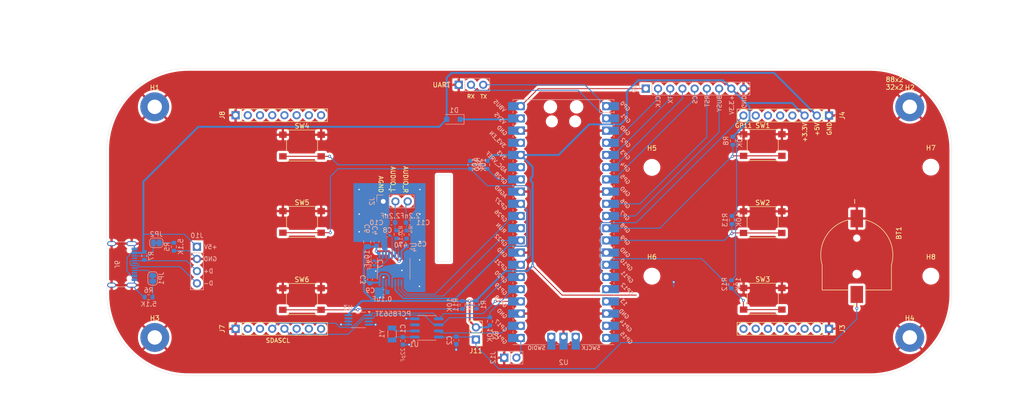
<source format=kicad_pcb>
(kicad_pcb (version 20221018) (generator pcbnew)
  (layers (0 "F.Cu" signal) (31 "B.Cu" signal) (34 "B.Paste" user) (35 "F.Paste" user) (36 "B.SilkS" user "B.Silkscreen") (37 "F.SilkS" user "F.Silkscreen") (38 "B.Mask" user) (39 "F.Mask" user) (44 "Edge.Cuts" user))
  (net 0 "")
  (net 1 "Net-(U1-OSCI)")
  (net 2 "+3.3V")
  (net 3 "Net-(U4-CAPP)")
  (net 4 "Net-(U4-CAPM)")
  (net 5 "Net-(U4-VNEG)")
  (net 6 "Net-(U4-LDOO)")
  (net 7 "WTAUDIO_L")
  (net 8 "WTAUDIO_R")
  (net 9 "Net-(D1-K)")
  (net 10 "+5V")
  (net 11 "SCL")
  (net 12 "Net-(U4-OUTL)")
  (net 13 "SDA")
  (net 14 "Net-(U4-OUTR)")
  (net 15 "Net-(U1-OSCO)")
  (net 16 "1~{PRE}")
  (net 17 "SQW")
  (net 19 "BCK")
  (net 20 "DIN")
  (net 21 "LRCK")
  (net 24 "3V3_EN")
  (net 25 "PWR")
  (net 50 "GPIO4 DC")
  (net 51 "GPIO28{slash}btn")
  (net 52 "GPIO21{slash}btn")
  (net 53 "GPIO1 SCREEN CS")
  (net 54 "GPIO2 CLK")
  (net 55 "GPIO3 SPI0 TX")
  (net 56 "GPIO5 SCREEN BUSY")
  (net 57 "GPIO20{slash}btn")
  (net 58 "SD_D0_MISO")
  (net 59 "SD_D3_CS")
  (net 60 "GPIO11{slash}led")
  (net 61 "GPIO8{slash}btn")
  (net 62 "GPIO10{slash}btn")
  (net 63 "GPIO1 SCREEN RST")
  (net 65 "Net-(J6-CC1)")
  (net 66 "USB D+")
  (net 67 "USB D-")
  (net 68 "Net-(J6-CC2)")
  (net 69 "Net-(JP2-A)")
  (net 70 "Net-(JP1-A)")
  (net 71 "GPIO1")
  (net 72 "GPIO0")
  (net 73 "GPIO9{slash}btn")
  (net 74 "3V BATT")
  (net 75 "SD_CLK")
  (net 76 "SD_CMD_MOSI")
  (net 77 "GND")
  (net 78 "GPIO16 {slash} PWM")
  (footprint "Button_Switch_SMD:SW_SPST_PTS645" (layer "F.Cu") (at 99.5 114.9)
    (fp_text reference "SW6")
    (fp_text value "SW_Push")
  )
  (footprint "Connector_PinSocket_2.54mm:PinSocket_1x08_P2.54mm_Vertical" (layer "F.Cu") (at 85.7 121.1 90)
    (fp_text reference "J7")
    (fp_text value "xx")
  )
  (footprint "Connector_PinSocket_2.54mm:PinSocket_1x08_P2.54mm_Vertical" (layer "F.Cu") (at 85.7 76.64 90)
    (fp_text reference "J8")
    (fp_text value "xx")
  )
  (footprint "MountingHole:MountingHole_3mm" (layer "F.Cu") (at 230.275 87.45)
    (fp_text reference "H7")
    (fp_text value "screen_adapter1")
  )
  (footprint "cell:MPD_BC501SM-TR" (layer "F.Cu") (at 214.875 105.72 -90)
    (fp_text reference "BT1")
    (fp_text value "3V Cell")
  )
  (footprint "MountingHole:MountingHole_3mm_Pad" (layer "F.Cu") (at 68.89 74.89)
    (fp_text reference "H1")
    (fp_text value "MountingHole")
  )
  (footprint "Connector_PinHeader_2.54mm:PinHeader_1x02_P2.54mm_Vertical" (layer "F.Cu") (at 135.68 123.345 180)
    (fp_text reference "J11")
    (fp_text value "Alt Power")
  )
  (footprint "Button_Switch_SMD:SW_SPST_PTS645" (layer "F.Cu") (at 99.52 98.85)
    (fp_text reference "SW5")
    (fp_text value "SW_Push")
  )
  (footprint "MountingHole:MountingHole_3mm" (layer "F.Cu") (at 172.275 87.5)
    (fp_text reference "H5")
    (fp_text value "screen_adapter1")
  )
  (footprint "Button_Switch_SMD:SW_SPST_PTS645" (layer "F.Cu") (at 195.3 98.9)
    (fp_text reference "SW2")
    (fp_text value "SW_Push")
  )
  (footprint "MountingHole:MountingHole_3mm_Pad" (layer "F.Cu") (at 225.89 122.89)
    (fp_text reference "H4")
    (fp_text value "MountingHole")
  )
  (footprint "Connector_PinSocket_2.54mm:PinSocket_1x08_P2.54mm_Vertical" (layer "F.Cu") (at 209.1 76.7 -90)
    (fp_text reference "J4")
    (fp_text value "xx")
  )
  (footprint "Button_Switch_SMD:SW_SPST_PTS645" (layer "F.Cu") (at 99.52 82.95)
    (fp_text reference "SW4")
    (fp_text value "SW_Push")
  )
  (footprint "MountingHole:MountingHole_3mm_Pad" (layer "F.Cu") (at 68.9 122.9)
    (fp_text reference "H3")
    (fp_text value "MountingHole")
  )
  (footprint "Button_Switch_SMD:SW_SPST_PTS645" (layer "F.Cu") (at 195.32 114.85)
    (fp_text reference "SW3")
    (fp_text value "SW_Push")
  )
  (footprint "MountingHole:MountingHole_3mm" (layer "F.Cu") (at 230.275 110.15)
    (fp_text reference "H8")
    (fp_text value "screen_adapter1")
  )
  (footprint "Connector_PinSocket_2.54mm:PinSocket_1x08_P2.54mm_Vertical" (layer "F.Cu") (at 209.1 121.1 -90)
    (fp_text reference "J3")
    (fp_text value "xx")
  )
  (footprint "Button_Switch_SMD:SW_SPST_PTS645" (layer "F.Cu") (at 195.32 82.85)
    (fp_text reference "SW1")
    (fp_text value "SW_Push")
  )
  (footprint "MountingHole:MountingHole_3mm_Pad" (layer "F.Cu") (at 225.89 74.89)
    (fp_text reference "H2")
    (fp_text value "MountingHole")
  )
  (footprint "MountingHole:MountingHole_3mm" (layer "F.Cu") (at 172.275 110.15)
    (fp_text reference "H6")
    (fp_text value "screen_adapter1")
  )
  (footprint "Jumper:SolderJumper-2_P1.3mm_Bridged_RoundedPad1.0x1.5mm" (layer "B.Cu") (at 68.47 110.62 90)
    (fp_text reference "JP1")
    (fp_text value "SJB")
  )
  (footprint "Resistor_SMD:R_0603_1608Metric" (layer "B.Cu") (at 138.59 119.56 90)
    (fp_text reference "R3")
    (fp_text value "10K")
  )
  (footprint "Resistor_SMD:R_0603_1608Metric" (layer "B.Cu") (at 121.255 101.4825 90)
    (fp_text reference "R4")
    (fp_text value "470")
  )
  (footprint "Diode_SMD:D_SOD-123F" (layer "B.Cu") (at 131 77.5 180)
    (fp_text reference "D1")
    (fp_text value "1A 20V Schottky")
  )
  (footprint "Capacitor_SMD:C_0603_1608Metric" (layer "B.Cu") (at 121.905 98.9825 180)
    (fp_text reference "C11")
    (fp_text value "2.2nF")
  )
  (footprint "Capacitor_SMD:C_0603_1608Metric" (layer "B.Cu") (at 113.655 110.8325 -90)
    (fp_text reference "C3")
    (fp_text value "0.1uF")
  )
  (footprint "Capacitor_SMD:C_0603_1608Metric" (layer "B.Cu") (at 120.515 123.609999 90)
    (fp_text reference "C1")
    (fp_text value "22pF")
  )
  (footprint "Capacitor_SMD:C_0402_1005Metric" (layer "B.Cu") (at 117.205 101.6325 180)
    (fp_text reference "C8")
    (fp_text value "2.2uF")
  )
  (footprint "Resistor_SMD:R_0603_1608Metric" (layer "B.Cu") (at 72.87 104.02 -90)
    (fp_text reference "R5")
    (fp_text value "5.1K")
  )
  (footprint "Resistor_SMD:R_0603_1608Metric" (layer "B.Cu") (at 134.525 86.975 -90)
    (fp_text reference "R10")
    (fp_text value "10K")
  )
  (footprint "Package_SO:SOIC-8_3.9x4.9mm_P1.27mm" (layer "B.Cu") (at 125.465 120.914999)
    (fp_text reference "U1")
    (fp_text value "PCF8563T")
  )
  (footprint "Resistor_SMD:R_0603_1608Metric" (layer "B.Cu") (at 188.9 98.45 -90)
    (fp_text reference "R13")
    (fp_text value "10K")
  )
  (footprint "Jumper:SolderJumper-2_P1.3mm_Bridged_RoundedPad1.0x1.5mm" (layer "B.Cu") (at 69.225 103.2 180)
    (fp_text reference "JP2")
    (fp_text value "SJB")
  )
  (footprint "Capacitor_SMD:C_0603_1608Metric" (layer "B.Cu") (at 116.505 113.4825 180)
    (fp_text reference "C9")
    (fp_text value "0.1uF")
  )
  (footprint "Connector_USB:USB_C_Receptacle_GCT_USB4105-xx-A_16P_TopMnt_Horizontal" (layer "B.Cu") (at 60.995 107.69 90)
    (fp_text reference "J6")
    (fp_text value "USB_C_Receptacle")
  )
  (footprint "Capacitor_SMD:C_0603_1608Metric" (layer "B.Cu") (at 131.6 123.5 -90)
    (fp_text reference "C2")
    (fp_text value "100nF")
  )
  (footprint "Connector_PinHeader_2.54mm:PinHeader_1x09_P2.54mm_Vertical" (layer "B.Cu") (at 171 71.1 -90)
    (fp_text reference "J9")
    (fp_text value "screen_adapter_connector")
  )
  (footprint "Resistor_SMD:R_0603_1608Metric" (layer "B.Cu") (at 119.18 101.4575 90)
    (fp_text reference "R2")
    (fp_text value "470")
  )
  (footprint "Capacitor_SMD:C_0603_1608Metric" (layer "B.Cu") (at 118.105 98.9825)
    (fp_text reference "C10")
    (fp_text value "2.2nF")
  )
  (footprint "Resistor_SMD:R_0603_1608Metric" (layer "B.Cu") (at 138.025 86.975 -90)
    (fp_text reference "R9")
    (fp_text value "10K")
  )
  (footprint "Capacitor_SMD:C_0402_1005Metric" (layer "B.Cu") (at 114.505 107.3825 -90)
    (fp_text reference "C7")
    (fp_text value "2.2uF")
  )
  (footprint "clock:RPi_Pico_SMD_TH" (layer "B.Cu") (at 153.89 98.89 180)
    (fp_text reference "U2")
    (fp_text value "Pico")
  )
  (footprint "Resistor_SMD:R_0603_1608Metric" (layer "B.Cu") (at 189.1 81.95 -90)
    (fp_text reference "R8")
    (fp_text value "10K")
  )
  (footprint "Resistor_SMD:R_0603_1608Metric" (layer "B.Cu") (at 188.79 111.83 -90)
    (fp_text reference "R12")
    (fp_text value "10K")
  )
  (footprint "Connector_PinHeader_2.54mm:PinHeader_1x03_P2.54mm_Vertical" (layer "B.Cu") (at 132.11 70.3 -90)
    (fp_text reference "J1")
    (fp_text value "UART")
  )
  (footprint "Capacitor_SMD:C_0805_2012Metric" (layer "B.Cu") (at 113.08 103.0575 90)
    (fp_text reference "C6")
    (fp_text value "10uF")
  )
  (footprint "Resistor_SMD:R_0603_1608Metric" (layer "B.Cu") (at 135.81 116.08 -90)
    (fp_text reference "R1")
    (fp_text value "10K")
  )
  (footprint "Connector_PinHeader_2.54mm:PinHeader_1x03_P2.54mm_Vertical" (layer "B.Cu") (at 116.405 94.5825 -90)
    (fp_text reference "J2")
    (fp_text value "AUDIO")
  )
  (footprint "Resistor_SMD:R_0603_1608Metric" (layer "B.Cu") (at 132.91 116.14 -90)
    (fp_text reference "R11")
    (fp_text value "10K")
  )
  (footprint "Resistor_SMD:R_0603_1608Metric" (layer "B.Cu") (at 66.72 105.92 90)
    (fp_text reference "R7")
    (fp_text value "1.5K")
  )
  (footprint "Package_SO:TSSOP-20_4.4x6.5mm_P0.65mm" (layer "B.Cu") (at 118.58 108.62 -90)
    (fp_text reference "U4")
    (fp_text value "PCM5100")
  )
  (footprint "Connector_PinHeader_2.54mm:PinHeader_1x02_P2.54mm_Vertical" (layer "B.Cu") (at 141.56 127.12 -90)
    (fp_text reference "J12")
    (fp_text value "PWM")
  )
  (footprint "Capacitor_SMD:C_0603_1608Metric" (layer "B.Cu") (at 122.055 103.8575 180)
    (fp_text reference "C5")
    (fp_text value "0.1uF")
  )
  (footprint "Resistor_SMD:R_0603_1608Metric" (layer "B.Cu") (at 67.62 114.52 180)
    (fp_text reference "R6")
    (fp_text value "5.1K")
  )
  (footprint "Crystal:Crystal_SMD_3215-2Pin_3.2x1.5mm" (layer "B.Cu") (at 118.24 122.184999 90)
    (fp_text reference "Y1")
    (fp_text value "Crystal")
  )
  (footprint "Connector_PinHeader_2.54mm:PinHeader_1x04_P2.54mm_Vertical" (layer "B.Cu") (at 77.67 104.02 180)
    (fp_text reference "J10")
    (fp_text value "USB")
  )
  (footprint "Capacitor_SMD:C_0603_1608Metric" (layer "B.Cu") (at 115.005 103.0075 -90)
    (fp_text reference "C4")
    (fp_text value "0.1uF" hide)
  )
  (footprint "Package_SO:MSOP-8_3x3mm_P0.65mm" (layer "B.Cu") (at 111.27 119.255 180)
    (fp_text reference "U3")
    (fp_text value "MCP9808_MSOP")
  )
  (gr_line (start 217.64 130.869185) (end 75.910815 130.869185) (stroke (width 0.05)) (layer "Edge.Cuts"))
  (gr_arc (start 75.910815 130.869185) (mid 63.89 125.89) (end 58.910815 113.869185) (stroke (width 0.05)) (layer "Edge.Cuts"))
  (gr_line (start 234.64 83.89) (end 234.64 113.869185) (stroke (width 0.05)) (layer "Edge.Cuts"))
  (gr_rect (start 127.625 89.125) (end 130.425 107.125) (stroke (width 0.05)) (fill none) (layer "Edge.Cuts"))
  (gr_line (start 58.89 83.89) (end 58.910815 113.869185) (stroke (width 0.05)) (layer "Edge.Cuts"))
  (gr_arc (start 58.89 83.89) (mid 63.869185 71.869185) (end 75.89 66.89) (stroke (width 0.05)) (layer "Edge.Cuts"))
  (gr_arc (start 217.64 66.89) (mid 229.660815 71.869185) (end 234.64 83.89) (stroke (width 0.05)) (layer "Edge.Cuts"))
  (gr_line (start 217.64 66.89) (end 75.89 66.89) (stroke (width 0.05)) (layer "Edge.Cuts"))
  (gr_arc (start 234.64 113.869185) (mid 229.660815 125.89) (end 217.64 130.869185) (stroke (width 0.05)) (layer "Edge.Cuts"))
  (gr_text "TX" (at 176.675 72.55 90) (layer "B.SilkS") (effects (font (size 0.9 0.9) (thickness 0.15) bold) (justify left bottom mirror)))
  (gr_text "D-" (at 81.15 112.15) (layer "B.SilkS") (effects (font (size 0.9 0.9) (thickness 0.15) bold) (justify left bottom mirror)))
  (gr_text "BUSY" (at 186.825 72.35 90) (layer "B.SilkS") (effects (font (size 0.9 0.9) (thickness 0.15) bold) (justify left bottom mirror)))
  (gr_text "RST" (at 184.3 72.375 90) (layer "B.SilkS") (effects (font (size 0.9 0.9) (thickness 0.15) bold) (justify left bottom mirror)))
  (gr_text "+3.3V" (at 189.3955 72.375 90) (layer "B.SilkS") (effects (font (size 0.9 0.9) (thickness 0.15) bold) (justify left bottom mirror)))
  (gr_text "CLK" (at 174.1 72.425 90) (layer "B.SilkS") (effects (font (size 0.9 0.9) (thickness 0.15) bold) (justify left bottom mirror)))
  (gr_text "CS" (at 181.775 72.425 90) (layer "B.SilkS") (effects (font (size 0.9 0.9) (thickness 0.15) bold) (justify left bottom mirror)))
  (gr_text "+5V" (at 82 104.575) (layer "B.SilkS") (effects (font (size 0.9 0.9) (thickness 0.15) bold) (justify left bottom mirror)))
  (gr_text "D+" (at 81.15 109.625) (layer "B.SilkS") (effects (font (size 0.9 0.9) (thickness 0.15) bold) (justify left bottom mirror)))
  (gr_text "GND" (at 81.925 107.1) (layer "B.SilkS") (effects (font (size 0.9 0.9) (thickness 0.15) bold) (justify left bottom mirror)))
  (gr_text "GND" (at 190.85 75.325 -90) (layer "B.SilkS") (effects (font (size 0.9 0.9) (thickness 0.15) bold) (justify left bottom mirror)))
  (gr_text "88x2\n32x2" (at 220.8 71.4) (layer "F.SilkS") (effects (font (size 1 1)) (justify left bottom)))
  (gr_text "AUDIO_L" (at 117.905 87.1825 -90) (layer "F.SilkS") (effects (font (size 0.9 0.9) (thickness 0.15) bold) (justify left bottom)))
  (gr_text "+5V" (at 207.15 81.05 90) (layer "F.SilkS") (effects (font (size 0.9 0.9) (thickness 0.15) bold) (justify left bottom)))
  (gr_text "RX" (at 133.75 73.2) (layer "F.SilkS") (effects (font (size 0.8 0.8) (thickness 0.15) bold) (justify left bottom)))
  (gr_text "SCL" (at 94.42 124.075) (layer "F.SilkS") (effects (font (size 0.9 0.9) (thickness 0.15) bold) (justify left bottom)))
  (gr_text "TX" (at 136.5 73.225) (layer "F.SilkS") (effects (font (size 0.8 0.8) (thickness 0.15) bold) (justify left bottom)))
  (gr_text "AGND" (at 115.38 89.1575 -90) (layer "F.SilkS") (effects (font (size 0.9 0.9) (thickness 0.15) bold) (justify left bottom)))
  (gr_text "GP11" (at 189.45 79.325) (layer "F.SilkS") (effects (font (size 0.9 0.9) (thickness 0.15) bold) (justify left bottom)))
  (gr_text "+3.3V" (at 204.6 82.35 90) (layer "F.SilkS") (effects (font (size 0.9 0.9) (thickness 0.15) bold) (justify left bottom)))
  (gr_text "AUDIO_R" (at 120.53 87.1325 -90) (layer "F.SilkS") (effects (font (size 0.9 0.9) (thickness 0.15) bold) (justify left bottom)))
  (gr_text "GND" (at 209.7 80.925 90) (layer "F.SilkS") (effects (font (size 0.9 0.9) (thickness 0.15) bold) (justify left bottom)))
  (gr_text "SDA" (at 91.9 124.07) (layer "F.SilkS") (effects (font (size 0.9 0.9) (thickness 0.15) bold) (justify left bottom)))
  (segment (start 122.99 122.819999) (end 118.855 122.819999) (width 0.2) (layer "B.Cu") (net 1))
  (segment (start 118.855 122.819999) (end 118.24 123.434999) (width 0.2) (layer "B.Cu") (net 1))
  (segment (start 169.015 114.09) (end 153.6 114.09) (width 0.2) (layer "F.Cu") (net 2))
  (segment (start 153.6 114.09) (end 147.47 107.96) (width 0.2) (layer "F.Cu") (net 2))
  (segment (start 134.38 119.505) (end 135.68 120.805) (width 0.4) (layer "F.Cu") (net 2))
  (segment (start 134.38 115.31) (end 134.38 119.505) (width 0.4) (layer "F.Cu") (net 2))
  (segment (start 114.955 104.9575) (end 117.605 104.9575) (width 0.4) (layer "F.Cu") (net 2))
  (segment (start 117.605 104.9575) (end 119.705 107.0575) (width 0.4) (layer "F.Cu") (net 2))
  (via (at 119.705 107.0575) (size 0.6) (drill 0.3) (layers "F.Cu" "B.Cu") (net 2))
  (via (at 134.38 115.31) (size 0.6) (drill 0.3) (layers "F.Cu" "B.Cu") (net 2))
  (via (at 114.955 104.9575) (size 0.6) (drill 0.3) (layers "F.Cu" "B.Cu") (net 2))
  (via (at 147.47 107.96) (size 0.6) (drill 0.3) (layers "F.Cu" "B.Cu") (net 2))
  (segment (start 145 84.92) (end 152.86 84.92) (width 0.4) (layer "B.Cu") (net 2))
  (segment (start 117.08 109.6825) (end 117.605 110.2075) (width 0.4) (layer "B.Cu") (net 2))
  (segment (start 112.405 104.6825) (end 113.08 104.0075) (width 0.4) (layer "B.Cu") (net 2))
  (segment (start 188.78 71.1) (end 191.78 74.1) (width 0.4) (layer "B.Cu") (net 2))
  (segment (start 147.475 107.965) (end 147.475 107.995) (width 0.4) (layer "B.Cu") (net 2))
  (segment (start 189.675 98.4) (end 189.675 110.12) (width 0.2) (layer "B.Cu") (net 2))
  (segment (start 192.57 77.655) (end 189.1 81.125) (width 0.4) (layer "B.Cu") (net 2))
  (segment (start 165.75 78.55) (end 167.05 77.25) (width 0.4) (layer "B.Cu") (net 2))
  (segment (start 167.05 77.25) (end 167.05 71.75) (width 0.4) (layer "B.Cu") (net 2))
  (segment (start 115.005 104.9075) (end 114.955 104.9575) (width 0.4) (layer "B.Cu") (net 2))
  (segment (start 120.205 104.9325) (end 121.28 103.8575) (width 0.4) (layer "B.Cu") (net 2))
  (segment (start 147.475 89.33505) (end 147.075 89.73505) (width 0.4) (layer "B.Cu") (net 2))
  (segment (start 147.475 107.995) (end 146.4 109.07) (width 0.4) (layer "B.Cu") (net 2))
  (segment (start 120.205 106.5575) (end 120.205 105.7575) (width 0.4) (layer "B.Cu") (net 2))
  (segment (start 115.655 111.4825) (end 115.655 110.06755) (width 0.4) (layer "B.Cu") (net 2))
  (segment (start 136.25 114.65) (end 136.25 114.68) (width 0.4) (layer "B.Cu") (net 2))
  (segment (start 147.075 90.31495) (end 147.475 90.71495) (width 0.4) (layer "B.Cu") (net 2))
  (segment (start 141.83 109.07) (end 136.25 114.65) (width 0.4) (layer "B.Cu") (net 2))
  (segment (start 147.475 87.395) (end 147.475 89.33505) (width 0.4) (layer "B.Cu") (net 2))
  (segment (start 114.4425 115.32) (end 111.93005 115.32) (width 0.4) (layer "B.Cu") (net 2))
  (segment (start 147.475 90.71495) (end 147.475 107.955) (width 0.4) (layer "B.Cu") (net 2))
  (segment (start 112.405 113.2825) (end 114.4425 115.32) (width 0.4) (layer "B.Cu") (net 2))
  (segment (start 135.68 120.805) (end 138.17 120.805) (width 0.4) (layer "B.Cu") (net 2))
  (segment (start 189.875 81.9) (end 189.1 81.125) (width 0.2) (layer "B.Cu") (net 2))
  (segment (start 191.78 74.1) (end 201.42 74.1) (width 0.4) (layer "B.Cu") (net 2))
  (segment (start 146.4 109.07) (end 141.83 109.07) (width 0.4) (layer "B.Cu") (net 2))
  (segment (start 117.605 110.2075) (end 117.605 111.4825) (width 0.4) (layer "B.Cu") (net 2))
  (segment (start 115.005 105.0075) (end 115.005 105.1075) (width 0.4) (layer "B.Cu") (net 2))
  (segment (start 191.78 74.1) (end 192.57 74.89) (width 0.4) (layer "B.Cu") (net 2))
  (segment (start 201.42 74.1) (end 204.02 76.7) (width 0.4) (layer "B.Cu") (net 2))
  (segment (start 114.955 104.9575) (end 115.005 105.0075) (width 0.4) (layer "B.Cu") (net 2))
  (segment (start 188.9 97.625) (end 189.875 96.65) (width 0.2) (layer "B.Cu") (net 2))
  (segment (start 115.655 110.06755) (end 116.04005 109.6825) (width 0.4) (layer "B.Cu") (net 2))
  (segment (start 160.17 78.55) (end 165.75 78.55) (width 0.4) (layer "B.Cu") (net 2))
  (segment (start 134.39 115.32) (end 135.61 115.32) (width 0.4) (layer "B.Cu") (net 2))
  (segment (start 147.075 89.73505) (end 147.075 90.31495) (width 0.4) (layer "B.Cu") (net 2))
  (segment (start 169.45 69.35) (end 187.03 69.35) (width 0.4) (layer "B.Cu") (net 2))
  (segment (start 147.475 107.955) (end 147.47 107.96) (width 0.4) (layer "B.Cu") (net 2))
  (segment (start 138.17 120.805) (end 138.59 120.385) (width 0.4) (layer "B.Cu") (net 2))
  (segment (start 113.655 111.6075) (end 113.78 111.4825) (width 0.4) (layer "B.Cu") (net 2))
  (segment (start 159.23 78.55) (end 160.7 78.55) (width 0.4) (layer "B.Cu") (net 2))
  (segment (start 111.93005 115.32) (end 109.1575 118.09255) (width 0.4) (layer "B.Cu") (net 2))
  (segment (start 116.04005 109.6825) (end 117.08 109.6825) (width 0.4) (layer "B.Cu") (net 2))
  (segment (start 112.405 110.7075) (end 112.405 113.2825) (width 0.4) (layer "B.Cu") (net 2))
  (segment (start 135.61 115.32) (end 136.25 114.68) (width 0.4) (layer "B.Cu") (net 2))
  (segment (start 145 84.92) (end 139.255 84.92) (width 0.4) (layer "B.Cu") (net 2))
  (segment (start 113.305 111.6075) (end 112.405 110.7075) (width 0.4) (layer "B.Cu") (net 2))
  (segment (start 114.4425 115.32) (end 134.37 115.32) (width 0.4) (layer "B.Cu") (net 2))
  (segment (start 114.78 104.0075) (end 115.005 103.7825) (width 0.4) (layer "B.Cu") (net 2))
  (segment (start 112.405 110.7075) (end 112.405 104.6825) (width 0.4) (layer "B.Cu") (net 2))
  (segment (start 109.1575 118.09255) (end 109.1575 118.28) (width 0.4) (layer "B.Cu") (net 2))
  (segment (start 115.005 103.7825) (end 115.005 104.9075) (width 0.4) (layer "B.Cu") (net 2))
  (segment (start 113.78 111.4825) (end 115.655 111.4825) (width 0.4) (layer "B.Cu") (net 2))
  (segment (start 147.47 107.96) (end 147.475 107.965) (width 0.4) (layer "B.Cu") (net 2))
  (segment (start 120.205 105.7575) (end 120.205 104.9325) (width 0.4) (layer "B.Cu") (net 2))
  (segment (start 113.655 111.6075) (end 113.305 111.6075) (width 0.4) (layer "B.Cu") (net 2))
  (segment (start 188.9 97.625) (end 189.675 98.4) (width 0.2) (layer "B.Cu") (net 2))
  (segment (start 189.875 96.65) (end 189.875 81.9) (width 0.2) (layer "B.Cu") (net 2))
  (segment (start 187.03 69.35) (end 188.78 71.1) (width 0.4) (layer "B.Cu") (net 2))
  (segment (start 139.255 84.92) (end 138.025 86.15) (width 0.4) (layer "B.Cu") (net 2))
  (segment (start 152.86 84.92) (end 159.23 78.55) (width 0.4) (layer "B.Cu") (net 2))
  (segment (start 113.08 104.0075) (end 114.78 104.0075) (width 0.4) (layer "B.Cu") (net 2))
  (segment (start 167.05 71.75) (end 169.45 69.35) (width 0.4) (layer "B.Cu") (net 2))
  (segment (start 192.57 74.89) (end 192.57 77.655) (width 0.4) (layer "B.Cu") (net 2))
  (segment (start 119.705 107.0575) (end 120.205 106.5575) (width 0.4) (layer "B.Cu") (net 2))
  (segment (start 145 84.92) (end 147.475 87.395) (width 0.4) (layer "B.Cu") (net 2))
  (segment (start 134.38 115.31) (end 134.39 115.32) (width 0.4) (layer "B.Cu") (net 2))
  (segment (start 115.005 105.1075) (end 115.655 105.7575) (width 0.4) (layer "B.Cu") (net 2))
  (segment (start 134.37 115.32) (end 134.38 115.31) (width 0.4) (layer "B.Cu") (net 2))
  (segment (start 189.675 110.12) (end 188.79 111.005) (width 0.2) (layer "B.Cu") (net 2))
  (segment (start 116.305 105.7575) (end 116.305 106.413456) (width 0.2) (layer "B.Cu") (net 3))
  (segment (start 115.665956 107.0525) (end 114.455 107.0525) (width 0.2) (layer "B.Cu") (net 3))
  (segment (start 116.305 106.413456) (end 115.665956 107.0525) (width 0.2) (layer "B.Cu") (net 3))
  (segment (start 116.005956 108.0125) (end 114.455 108.0125) (width 0.2) (layer "B.Cu") (net 4))
  (segment (start 117.605 106.413456) (end 116.005956 108.0125) (width 0.2) (layer "B.Cu") (net 4))
  (segment (start 117.605 105.7575) (end 117.605 106.413456) (width 0.2) (layer "B.Cu") (net 4))
  (segment (start 118.255 102.0325) (end 118.255 105.7575) (width 0.2) (layer "B.Cu") (net 5))
  (segment (start 117.855 101.6325) (end 118.255 102.0325) (width 0.2) (layer "B.Cu") (net 5))
  (segment (start 117.685 101.6325) (end 117.855 101.6325) (width 0.2) (layer "B.Cu") (net 5))
  (segment (start 116.955 111.4825) (end 116.955 113.1575) (width 0.2) (layer "B.Cu") (net 6))
  (segment (start 116.955 113.1575) (end 117.28 113.4825) (width 0.2) (layer "B.Cu") (net 6))
  (segment (start 118.88 100.3325) (end 118.88 98.9825) (width 0.2) (layer "B.Cu") (net 7))
  (segment (start 119.18 100.6325) (end 118.88 100.3325) (width 0.2) (layer "B.Cu") (net 7))
  (segment (start 118.88 94.6725) (end 118.92 94.6325) (width 0.2) (layer "B.Cu") (net 7))
  (segment (start 118.88 98.9825) (end 118.88 94.6725) (width 0.2) (layer "B.Cu") (net 7))
  (segment (start 121.255 100.6575) (end 121.255 99.1075) (width 0.2) (layer "B.Cu") (net 8))
  (segment (start 121.13 98.9825) (end 121.13 94.9375) (width 0.2) (layer "B.Cu") (net 8))
  (segment (start 121.13 94.9375) (end 121.485 94.5825) (width 0.2) (layer "B.Cu") (net 8))
  (segment (start 121.255 99.1075) (end 121.13 98.9825) (width 0.2) (layer "B.Cu") (net 8))
  (segment (start 144.8 77.5) (end 145 77.3) (width 0.2) (layer "B.Cu") (net 9))
  (segment (start 132.4 77.5) (end 144.8 77.5) (width 0.4) (layer "B.Cu") (net 9))
  (segment (start 64.100001 110.09) (end 63.12 109.109999) (width 0.2) (layer "B.Cu") (net 10))
  (segment (start 64.100001 105.29) (end 64.675 105.29) (width 0.2) (layer "B.Cu") (net 10))
  (segment (start 130.6 67.825) (end 197.685 67.825) (width 0.4) (layer "B.Cu") (net 10))
  (segment (start 197.685 67.825) (end 206.56 76.7) (width 0.4) (layer "B.Cu") (net 10))
  (segment (start 129.6 77.5) (end 128.05 79.05) (width 0.4) (layer "B.Cu") (net 10))
  (segment (start 63.12 109.109999) (end 63.12 106.270001) (width 0.2) (layer "B.Cu") (net 10))
  (segment (start 129.6 68.825) (end 130.6 67.825) (width 0.4) (layer "B.Cu") (net 10))
  (segment (start 66.52 105.28) (end 64.66 105.28) (width 0.4) (layer "B.Cu") (net 10))
  (segment (start 77.67 104.02) (end 75.07 101.42) (width 0.2) (layer "B.Cu") (net 10))
  (segment (start 64.675 110.09) (end 64.100001 110.09) (width 0.2) (layer "B.Cu") (net 10))
  (segment (start 66.52 101.42) (end 66.52 105.28) (width 0.4) (layer "B.Cu") (net 10))
  (segment (start 77.95 79.05) (end 66.525 90.475) (width 0.4) (layer "B.Cu") (net 10))
  (segment (start 63.12 106.270001) (end 64.100001 105.29) (width 0.2) (layer "B.Cu") (net 10))
  (segment (start 128.05 79.05) (end 77.95 79.05) (width 0.4) (layer "B.Cu") (net 10))
  (segment (start 75.07 101.42) (end 66.52 101.42) (width 0.2) (layer "B.Cu") (net 10))
  (segment (start 66.525 90.475) (end 66.525 101.415) (width 0.4) (layer "B.Cu") (net 10))
  (segment (start 66.525 101.415) (end 66.52 101.42) (width 0.4) (layer "B.Cu") (net 10))
  (segment (start 129.6 77.5) (end 129.6 68.825) (width 0.4) (layer "B.Cu") (net 10))
  (segment (start 114.86 118.24) (end 124.925002 118.24) (width 0.2) (layer "B.Cu") (net 11))
  (segment (start 127.94 120.279999) (end 128.670001 120.279999) (width 0.2) (layer "B.Cu") (net 11))
  (segment (start 113.3825 118.93) (end 112.404142 118.93) (width 0.2) (layer "B.Cu") (net 11))
  (segment (start 143.44 112.86) (end 145 112.86) (width 0.2) (layer "B.Cu") (net 11))
  (segment (start 97.01 122.25) (end 95.86 121.1) (width 0.2) (layer "B.Cu") (net 11))
  (segment (start 113.3825 118.93) (end 114.17 118.93) (width 0.2) (layer "B.Cu") (net 11))
  (segment (start 124.925002 118.24) (end 126.965001 120.279999) (width 0.2) (layer "B.Cu") (net 11))
  (segment (start 138.53 118.795) (end 138.59 118.735) (width 0.2) (layer "B.Cu") (net 11))
  (segment (start 130.155 118.795) (end 138.53 118.795) (width 0.2) (layer "B.Cu") (net 11))
  (segment (start 114.17 118.93) (end 114.86 118.24) (width 0.2) (layer "B.Cu") (net 11))
  (segment (start 112.404142 118.93) (end 109.084141 122.25) (width 0.2) (layer "B.Cu") (net 11))
  (segment (start 138.59 118.735) (end 138.59 117.71) (width 0.2) (layer "B.Cu") (net 11))
  (segment (start 109.084141 122.25) (end 97.01 122.25) (width 0.2) (layer "B.Cu") (net 11))
  (segment (start 128.670001 120.279999) (end 130.155 118.795) (width 0.2) (layer "B.Cu") (net 11))
  (segment (start 138.59 117.71) (end 143.44 112.86) (width 0.2) (layer "B.Cu") (net 11))
  (segment (start 126.965001 120.279999) (end 127.94 120.279999) (width 0.2) (layer "B.Cu") (net 11))
  (segment (start 118.905 105.7575) (end 118.905 102.5575) (width 0.2) (layer "B.Cu") (net 12))
  (segment (start 118.905 102.5575) (end 119.18 102.2825) (width 0.2) (layer "B.Cu") (net 12))
  (segment (start 139.73 115.4) (end 145 115.4) (width 0.2) (layer "F.Cu") (net 13))
  (segment (start 139.71 115.38) (end 139.73 115.4) (width 0.2) (layer "F.Cu") (net 13))
  (via (at 139.71 115.38) (size 0.6) (drill 0.3) (layers "F.Cu" "B.Cu") (net 13))
  (segment (start 107.383971 120.805) (end 106.518971 119.94) (width 0.2) (layer "B.Cu") (net 13))
  (segment (start 126.770001 117.84) (end 127.94 119.009999) (width 0.2) (layer "B.Cu") (net 13))
  (segment (start 109.963456 120.805) (end 107.383971 120.805) (width 0.2) (layer "B.Cu") (net 13))
  (segment (start 113.8225 117.84) (end 126.770001 117.84) (width 0.2) (layer "B.Cu") (net 13))
  (segment (start 127.94 119.009999) (end 128.994999 117.955) (width 0.2) (layer "B.Cu") (net 13))
  (segment (start 94.48 119.94) (end 93.32 121.1) (width 0.2) (layer "B.Cu") (net 13))
  (segment (start 137.155 117.955) (end 139.71 115.4) (width 0.2) (layer "B.Cu") (net 13))
  (segment (start 113.3825 118.28) (end 113.8225 117.84) (width 0.2) (layer "B.Cu") (net 13))
  (segment (start 128.994999 117.955) (end 135.43 117.955) (width 0.2) (layer "B.Cu") (net 13))
  (segment (start 139.73 115.38) (end 139.71 115.4) (width 0.2) (layer "B.Cu") (net 13))
  (segment (start 106.518971 119.94) (end 94.48 119.94) (width 0.2) (layer "B.Cu") (net 13))
  (segment (start 135.43 117.955) (end 137.155 117.955) (width 0.2) (layer "B.Cu") (net 13))
  (segment (start 139.71 115.4) (end 139.71 115.38) (width 0.2) (layer "B.Cu") (net 13))
  (segment (start 112.488456 118.28) (end 109.963456 120.805) (width 0.2) (layer "B.Cu") (net 13))
  (segment (start 113.3825 118.28) (end 112.488456 118.28) (width 0.2) (layer "B.Cu") (net 13))
  (segment (start 139.71 115.38) (end 139.73 115.38) (width 0.2) (layer "B.Cu") (net 13))
  (segment (start 119.555 105.7575) (end 119.555 104.0075) (width 0.2) (layer "B.Cu") (net 14))
  (segment (start 119.555 104.0075) (end 121.255 102.3075) (width 0.2) (layer "B.Cu") (net 14))
  (segment (start 122.99 121.549999) (end 118.855 121.549999) (width 0.2) (layer "B.Cu") (net 15))
  (segment (start 118.855 121.549999) (end 118.24 120.934999) (width 0.2) (layer "B.Cu") (net 15))
  (segment (start 118.24 120.934999) (end 118.24 120.759999) (width 0.2) (layer "B.Cu") (net 15))
  (segment (start 128.345001 121.955) (end 140.985 121.955) (width 0.2) (layer "B.Cu") (net 17))
  (segment (start 127.94 121.549999) (end 128.345001 121.955) (width 0.2) (layer "B.Cu") (net 17))
  (segment (start 142.46 120.48) (end 145 120.48) (width 0.2) (layer "B.Cu") (net 17))
  (segment (start 144.43 121.05) (end 145 120.48) (width 0.2) (layer "B.Cu") (net 17))
  (segment (start 140.985 121.955) (end 142.46 120.48) (width 0.2) (layer "B.Cu") (net 17))
  (segment (start 144.73 120.75) (end 145 120.48) (width 0.2) (layer "B.Cu") (net 17))
  (segment (start 127.18 113.88) (end 143.44 97.62) (width 0.2) (layer "B.Cu") (net 19))
  (segment (start 143.44 97.62) (end 145 97.62) (width 0.2) (layer "B.Cu") (net 19))
  (segment (start 120.205 112.815343) (end 121.269657 113.88) (width 0.2) (layer "B.Cu") (net 19))
  (segment (start 120.205 111.4825) (end 120.205 112.815343) (width 0.2) (layer "B.Cu") (net 19))
  (segment (start 121.269657 113.88) (end 127.18 113.88) (width 0.2) (layer "B.Cu") (net 19))
  (segment (start 128.918529 114.28) (end 140.498529 102.7) (width 0.2) (layer "B.Cu") (net 20))
  (segment (start 119.555 111.4825) (end 119.555 112.905) (width 0.2) (layer "B.Cu") (net 20))
  (segment (start 119.555 112.905) (end 120.93 114.28) (width 0.2) (layer "B.Cu") (net 20))
  (segment (start 140.498529 102.7) (end 145 102.7) (width 0.2) (layer "B.Cu") (net 20))
  (segment (start 120.93 114.28) (end 128.918529 114.28) (width 0.2) (layer "B.Cu") (net 20))
  (segment (start 146.225 103.875) (end 146.225 96.305) (width 0.3) (layer "B.Cu") (net 21))
  (segment (start 118.905 113.085) (end 120.59 114.77) (width 0.3) (layer "B.Cu") (net 21))
  (segment (start 131.455 114.77) (end 142.325 103.9) (width 0.3) (layer "B.Cu") (net 21))
  (segment (start 120.59 114.77) (end 131.455 114.77) (width 0.3) (layer "B.Cu") (net 21))
  (segment (start 146.2 103.9) (end 146.225 103.875) (width 0.3) (layer "B.Cu") (net 21))
  (segment (start 118.905 111.4825) (end 118.905 113.085) (width 0.3) (layer "B.Cu") (net 21))
  (segment (start 142.325 103.9) (end 146.2 103.9) (width 0.3) (layer "B.Cu") (net 21))
  (segment (start 146.225 96.305) (end 145 95.08) (width 0.3) (layer "B.Cu") (net 21))
  (segment (start 148.66 71.1) (end 145 74.76) (width 0.2) (layer "F.Cu") (net 25))
  (segment (start 171 71.1) (end 148.66 71.1) (width 0.2) (layer "F.Cu") (net 25))
  (segment (start 178.62 71.1) (end 178.62 73.18) (width 0.2) (layer "B.Cu") (net 50))
  (segment (start 164.34 87.46) (end 162.78 87.46) (width 0.2) (layer "B.Cu") (net 50))
  (segment (start 178.62 73.18) (end 164.34 87.46) (width 0.2) (layer "B.Cu") (net 50))
  (segment (start 103.5 85.2) (end 95.54 85.2) (width 0.2) (layer "F.Cu") (net 51))
  (segment (start 105.25 85.2) (end 103.5 85.2) (width 0.2) (layer "F.Cu") (net 51))
  (via (at 105.25 85.2) (size 0.6) (drill 0.3) (layers "F.Cu" "B.Cu") (net 51))
  (segment (start 140.225 90) (end 138.025 87.8) (width 0.2) (layer "B.Cu") (net 51))
  (segment (start 137.175 86.95) (end 107 86.95) (width 0.2) (layer "B.Cu") (net 51))
  (segment (start 145 90) (end 140.225 90) (width 0.2) (layer "B.Cu") (net 51))
  (segment (start 107 86.95) (end 105.25 85.2) (width 0.2) (layer "B.Cu") (net 51))
  (segment (start 138.025 87.8) (end 137.175 86.95) (width 0.2) (layer "B.Cu") (net 51))
  (segment (start 103.5 101.1) (end 95.54 101.1) (width 0.2) (layer "F.Cu") (net 52))
  (segment (start 105.4 101.1) (end 103.5 101.1) (width 0.2) (layer "F.Cu") (net 52))
  (via (at 105.4 101.1) (size 0.6) (drill 0.3) (layers "F.Cu" "B.Cu") (net 52))
  (segment (start 138.05 91.325) (end 146.125 91.325) (width 0.2) (layer "B.Cu") (net 52))
  (segment (start 105.4 101.1) (end 105.4 89.4) (width 0.2) (layer "B.Cu") (net 52))
  (segment (start 146.975 105.805) (end 145 107.78) (width 0.2) (layer "B.Cu") (net 52))
  (segment (start 105.4 101.1) (end 105.3 101.1) (width 0.2) (layer "B.Cu") (net 52))
  (segment (start 107 87.8) (end 134.525 87.8) (width 0.2) (layer "B.Cu") (net 52))
  (segment (start 146.125 91.325) (end 146.975 92.175) (width 0.2) (layer "B.Cu") (net 52))
  (segment (start 134.525 87.8) (end 138.05 91.325) (width 0.2) (layer "B.Cu") (net 52))
  (segment (start 105.4 89.4) (end 107 87.8) (width 0.2) (layer "B.Cu") (net 52))
  (segment (start 146.975 92.175) (end 146.975 105.805) (width 0.2) (layer "B.Cu") (net 52))
  (segment (start 144.92 107.7) (end 145 107.78) (width 0.2) (layer "B.Cu") (net 52))
  (segment (start 181.16 73.265) (end 181.16 71.1) (width 0.2) (layer "B.Cu") (net 53))
  (segment (start 162.78 90) (end 164.425 90) (width 0.2) (layer "B.Cu") (net 53))
  (segment (start 164.425 90) (end 181.16 73.265) (width 0.2) (layer "B.Cu") (net 53))
  (segment (start 164.34 82.38) (end 173.54 73.18) (width 0.2) (layer "B.Cu") (net 54))
  (segment (start 173.54 73.18) (end 173.54 71.1) (width 0.2) (layer "B.Cu") (net 54))
  (segment (start 162.78 82.38) (end 164.34 82.38) (width 0.2) (layer "B.Cu") (net 54))
  (segment (start 162.78 84.92) (end 164.34 84.92) (width 0.2) (layer "B.Cu") (net 55))
  (segment (start 176.08 73.18) (end 176.08 71.1) (width 0.2) (layer "B.Cu") (net 55))
  (segment (start 164.34 84.92) (end 176.08 73.18) (width 0.2) (layer "B.Cu") (net 55))
  (segment (start 186.24 80.16) (end 186.24 71.1) (width 0.2) (layer "B.Cu") (net 56))
  (segment (start 162.78 97.62) (end 168.78 97.62) (width 0.2) (layer "B.Cu") (net 56))
  (segment (start 168.78 97.62) (end 186.24 80.16) (width 0.2) (layer "B.Cu") (net 56))
  (segment (start 103.48 117.15) (end 95.52 117.15) (width 0.2) (layer "F.Cu") (net 57))
  (segment (start 111.11 117.13) (end 111.09 117.15) (width 0.2) (layer "F.Cu") (net 57))
  (segment (start 111.09 117.15) (end 103.48 117.15) (width 0.2) (layer "F.Cu") (net 57))
  (via (at 111.11 117.13) (size 0.6) (drill 0.3) (layers "F.Cu" "B.Cu") (net 57))
  (segment (start 133.67 116.205) (end 136.297648 116.205) (width 0.2) (layer "B.Cu") (net 57))
  (segment (start 142.182648 110.32) (end 145 110.32) (width 0.2) (layer "B.Cu") (net 57))
  (segment (start 111.11 117.13) (end 111.275 116.965) (width 0.2) (layer "B.Cu") (net 57))
  (segment (start 136.297648 116.205) (end 142.182648 110.32) (width 0.2) (layer "B.Cu") (net 57))
  (segment (start 111.275 116.965) (end 132.91 116.965) (width 0.2) (layer "B.Cu") (net 57))
  (segment (start 132.91 116.965) (end 133.67 116.205) (width 0.2) (layer "B.Cu") (net 57))
  (segment (start 162.78 110.32) (end 161.63 109.17) (width 0.2) (layer "B.Cu") (net 60))
  (segment (start 169.01 99.01) (end 191.32 76.7) (width 0.2) (layer "B.Cu") (net 60))
  (segment (start 161.63 99.01) (end 169.01 99.01) (width 0.2) (layer "B.Cu") (net 60))
  (segment (start 161.63 109.17) (end 161.63 99.01) (width 0.2) (layer "B.Cu") (net 60))
  (segment (start 191.34 85.1) (end 199.3 85.1) (width 0.2) (layer "F.Cu") (net 61))
  (segment (start 189 85.2) (end 189.1 85.1) (width 0.2) (layer "F.Cu") (net 61))
  (segment (start 189.1 85.1) (end 191.34 85.1) (width 0.2) (layer "F.Cu") (net 61))
  (via (at 189 85.2) (size 0.6) (drill 0.3) (layers "F.Cu" "B.Cu") (net 61))
  (segment (start 189 85.1) (end 189 85.1) (width 0.2) (layer "B.Cu") (net 61))
  (segment (start 173.94 100.16) (end 188.9 85.2) (width 0.2) (layer "B.Cu") (net 61))
  (segment (start 162.78 100.16) (end 173.94 100.16) (width 0.2) (layer "B.Cu") (net 61))
  (segment (start 188.9 85.2) (end 189 85.2) (width 0.2) (layer "B.Cu") (net 61))
  (segment (start 189 85.2) (end 189.1 85.1) (width 0.2) (layer "B.Cu") (net 61))
  (segment (start 189.1 85.1) (end 189.1 82.775) (width 0.2) (layer "B.Cu") (net 61))
  (segment (start 189 85.2) (end 189 85.1) (width 0.2) (layer "B.Cu") (net 61))
  (segment (start 191.3 117.06) (end 191.34 117.1) (width 0.2) (layer "F.Cu") (net 62))
  (segment (start 191.3 115.2) (end 191.3 117.06) (width 0.2) (layer "F.Cu") (net 62))
  (segment (start 191.34 117.1) (end 199.3 117.1) (width 0.2) (layer "F.Cu") (net 62))
  (via (at 191.3 115.2) (size 0.6) (drill 0.3) (layers "F.Cu" "B.Cu") (net 62))
  (segment (start 182.025 106.525) (end 182.625 106.525) (width 0.2) (layer "B.Cu") (net 62))
  (segment (start 182.625 106.525) (end 191.3 115.2) (width 0.2) (layer "B.Cu") (net 62))
  (segment (start 182.025 106.525) (end 164.035 106.525) (width 0.2) (layer "B.Cu") (net 62))
  (segment (start 164.035 106.525) (end 162.78 107.78) (width 0.2) (layer "B.Cu") (net 62))
  (segment (start 183.7 81.175) (end 183.7 71.1) (width 0.2) (layer "B.Cu") (net 63))
  (segment (start 169.795 95.08) (end 183.7 81.175) (width 0.2) (layer "B.Cu") (net 63))
  (segment (start 162.78 95.08) (end 169.795 95.08) (width 0.2) (layer "B.Cu") (net 63))
  (segment (start 64.675 108.94) (end 67.44 108.94) (width 0.2) (layer "B.Cu") (net 65))
  (segment (start 67.44 108.94) (end 68.47 109.97) (width 0.2) (layer "B.Cu") (net 65))
  (segment (start 68.665 106.94) (end 68.67 106.945) (width 0.2) (layer "B.Cu") (net 66))
  (segment (start 64.675 106.94) (end 68.665 106.94) (width 0.2) (layer "B.Cu") (net 66))
  (segment (start 63.77 107.64241) (end 63.77 107.17) (width 0.2) (layer "B.Cu") (net 66))
  (segment (start 68.67 106.945) (end 75.515 106.945) (width 0.2) (layer "B.Cu") (net 66))
  (segment (start 64.06759 107.94) (end 63.77 107.64241) (width 0.2) (layer "B.Cu") (net 66))
  (segment (start 75.515 106.945) (end 77.67 109.1) (width 0.2) (layer "B.Cu") (net 66))
  (segment (start 64 106.94) (end 64.675 106.94) (width 0.2) (layer "B.Cu") (net 66))
  (segment (start 63.77 107.17) (end 64 106.94) (width 0.2) (layer "B.Cu") (net 66))
  (segment (start 64.675 107.94) (end 64.06759 107.94) (width 0.2) (layer "B.Cu") (net 66))
  (segment (start 65.55 107.70759) (end 65.55 108.17241) (width 0.2) (layer "B.Cu") (net 67))
  (segment (start 64.675 107.44) (end 65.28241 107.44) (width 0.2) (layer "B.Cu") (net 67))
  (segment (start 74.20241 108.17241) (end 77.67 111.64) (width 0.2) (layer "B.Cu") (net 67))
  (segment (start 65.55 108.17241) (end 65.28241 108.44) (width 0.2) (layer "B.Cu") (net 67))
  (segment (start 65.55 108.17241) (end 74.20241 108.17241) (width 0.2) (layer "B.Cu") (net 67))
  (segment (start 65.28241 108.44) (end 64.675 108.44) (width 0.2) (layer "B.Cu") (net 67))
  (segment (start 65.28241 107.44) (end 65.55 107.70759) (width 0.2) (layer "B.Cu") (net 67))
  (segment (start 68.575 104.865) (end 68.575 103.2) (width 0.2) (layer "B.Cu") (net 68))
  (segment (start 67.5 105.94) (end 68.575 104.865) (width 0.2) (layer "B.Cu") (net 68))
  (segment (start 64.675 105.94) (end 67.5 105.94) (width 0.2) (layer "B.Cu") (net 68))
  (segment (start 69.67 103.22) (end 69.69 103.2) (width 0.2) (layer "B.Cu") (net 69))
  (segment (start 72.865 103.2) (end 72.87 103.195) (width 0.2) (layer "B.Cu") (net 69))
  (segment (start 69.69 103.2) (end 72.865 103.2) (width 0.2) (layer "B.Cu") (net 69))
  (segment (start 68.47 114.495) (end 68.445 114.52) (width 0.2) (layer "B.Cu") (net 70))
  (segment (start 68.47 111.27) (end 68.47 114.495) (width 0.2) (layer "B.Cu") (net 70))
  (segment (start 158.4 72.9) (end 158.4 72.92) (width 0.2) (layer "B.Cu") (net 71))
  (segment (start 156.95 71.45) (end 158.4 72.9) (width 0.2) (layer "B.Cu") (net 71))
  (segment (start 135.8 71.45) (end 156.95 71.45) (width 0.2) (layer "B.Cu") (net 71))
  (segment (start 158.4 72.92) (end 162.78 77.3) (width 0.2) (layer "B.Cu") (net 71))
  (segment (start 134.65 70.3) (end 135.8 71.45) (width 0.2) (layer "B.Cu") (net 71))
  (segment (start 158.32 70.3) (end 162.78 74.76) (width 0.2) (layer "B.Cu") (net 72))
  (segment (start 137.19 70.3) (end 158.32 70.3) (width 0.2) (layer "B.Cu") (net 72))
  (segment (start 189.05 101.15) (end 191.32 101.15) (width 0.2) (layer "F.Cu") (net 73))
  (segment (start 191.32 101.15) (end 199.28 101.15) (width 0.2) (layer "F.Cu") (net 73))
  (segment (start 188.9 101.3) (end 189.05 101.15) (width 0.2) (layer "F.Cu") (net 73))
  (via (at 188.9 101.3) (size 0.6) (drill 0.3) (layers "F.Cu" "B.Cu") (net 73))
  (segment (start 187.3 102.7) (end 188.7 101.3) (width 0.2) (layer "B.Cu") (net 73))
  (segment (start 188.9 101.3) (end 188.9 101.1) (width 0.2) (layer "B.Cu") (net 73))
  (segment (start 162.78 102.7) (end 187.3 102.7) (width 0.2) (layer "B.Cu") (net 73))
  (segment (start 188.7 101.3) (end 188.9 101.3) (width 0.2) (layer "B.Cu") (net 73))
  (segment (start 188.9 101.1) (end 188.8 101.2) (width 0.2) (layer "B.Cu") (net 73))
  (segment (start 188.9 101.3) (end 188.9 99.275) (width 0.2) (layer "B.Cu") (net 73))
  (segment (start 214.875 116.825) (end 214.875 113.95) (width 0.2) (layer "F.Cu") (net 74))
  (via (at 214.875 116.825) (size 0.6) (drill 0.3) (layers "F.Cu" "B.Cu") (net 74))
  (segment (start 127.94 122.819999) (end 131.535 122.819999) (width 0.2) (layer "B.Cu") (net 74))
  (segment (start 214.875 116.825) (end 214.95 116.9) (width 0.2) (layer "B.Cu") (net 74))
  (segment (start 131.535 122.819999) (end 131.55 122.804999) (width 0.2) (layer "B.Cu") (net 74))
  (segment (start 209.95 123.975) (end 165.73 123.975) (width 0.2) (layer "B.Cu") (net 74))
  (segment (start 214.875 116.825) (end 214.875 119.05) (width 0.2) (layer "B.Cu") (net 74))
  (segment (start 214.875 119.05) (end 209.95 123.975) (width 0.2) (layer "B.Cu") (net 74))
  (segment (start 160.49 129.41) (end 140.44 129.41) (width 0.2) (layer "B.Cu") (net 74))
  (segment (start 135.139999 122.804999) (end 135.68 123.345) (width 0.2) (layer "B.Cu") (net 74))
  (segment (start 135.68 124.65) (end 135.68 123.345) (width 0.2) (layer "B.Cu") (net 74))
  (segment (start 165.73 124.17) (end 160.49 129.41) (width 0.2) (layer "B.Cu") (net 74))
  (segment (start 131.55 122.804999) (end 135.139999 122.804999) (width 0.2) (layer "B.Cu") (net 74))
  (segment (start 165.73 123.975) (end 165.73 124.17) (width 0.2) (layer "B.Cu") (net 74))
  (segment (start 140.44 129.41) (end 135.68 124.65) (width 0.2) (layer "B.Cu") (net 74))
  (via (at 123.94 112.27) (size 0.6) (drill 0.3) (layers "F.Cu" "B.Cu") (net 77))
  (via (at 111.38 92.1075) (size 0.6) (drill 0.3) (layers "F.Cu" "B.Cu") (net 77))
  (via (at 116.83 97.2575) (size 0.6) (drill 0.3) (layers "F.Cu" "B.Cu") (net 77))
  (via (at 124.03 97.2325) (size 0.6) (drill 0.3) (layers "F.Cu" "B.Cu") (net 77))
  (via (at 114.81 120.24) (size 0.6) (drill 0.3) (layers "F.Cu" "B.Cu") (net 77))
  (via (at 114.855 109.0825) (size 0.6) (drill 0.3) (layers "F.Cu" "B.Cu") (net 77))
  (via (at 117.68 92.1075) (size 0.6) (drill 0.3) (layers "F.Cu" "B.Cu") (net 77))
  (via (at 111.405 100.9075) (size 0.6) (drill 0.3) (layers "F.Cu" "B.Cu") (net 77))
  (via (at 124.03 102.9575) (size 0.6) (drill 0.3) (layers "F.Cu" "B.Cu") (net 77))
  (via (at 121.79 124.41) (size 0.6) (drill 0.3) (layers "F.Cu" "B.Cu") (net 77))
  (via (at 111.405 97.2325) (size 0.6) (drill 0.3) (layers "F.Cu" "B.Cu") (net 77))
  (via (at 131.565 125.45) (size 0.6) (drill 0.3) (layers "F.Cu" "B.Cu") (net 77))
  (via (at 120.28 108.9575) (size 0.6) (drill 0.3) (layers "F.Cu" "B.Cu") (net 77))
  (via (at 123.98 106.7575) (size 0.6) (drill 0.3) (layers "F.Cu" "B.Cu") (net 77))
  (via (at 107.6325 120.205) (size 0.6) (drill 0.3) (layers "F.Cu" "B.Cu") (net 77))
  (via (at 124.03 92.1075) (size 0.6) (drill 0.3) (layers "F.Cu" "B.Cu") (net 77))
  (via (at 121.19 118.959999) (size 0.6) (drill 0.3) (layers "F.Cu" "B.Cu") (net 77))
  (via (at 176.8 111.375) (size 0.6) (drill 0.3) (layers "F.Cu" "B.Cu") (net 77))
  (via (at 116.471847 110.3825) (size 0.6) (drill 0.3) (layers "F.Cu" "B.Cu") (net 77))
  (via (at 115.755 114.5575) (size 0.6) (drill 0.3) (layers "F.Cu" "B.Cu") (net 77))
  (segment (start 66.61 114.52) (end 64.1 112.01) (width 0.2) (layer "B.Cu") (net 77))
  (segment (start 64.675 103.945) (end 64.1 103.37) (width 0.2) (layer "B.Cu") (net 77))
  (segment (start 66.795 114.52) (end 66.61 114.52) (width 0.2) (layer "B.Cu") (net 77))
  (segment (start 120.540001 124.41) (end 120.515 124.384999) (width 0.2) (layer "B.Cu") (net 77))
  (segment (start 109.1575 119.58) (end 109.1575 118.93) (width 0.2) (layer "B.Cu") (net 77))
  (segment (start 113.3925 120.24) (end 113.3825 120.23) (width 0.2) (layer "B.Cu") (net 77))
  (segment (start 75.955 104.845) (end 77.67 106.56) (width 0.2) (layer "B.Cu") (net 77))
  (segment (start 64.675 110.89) (end 64.675 111.435) (width 0.2) (layer "B.Cu") (net 77))
  (segment (start 64.675 111.435) (end 64.1 112.01) (width 0.2) (layer "B.Cu") (net 77))
  (segment (start 107.6325 120.205) (end 107.6575 120.23) (width 0.2) (layer "B.Cu") (net 77))
  (segment (start 122.99 119.009999) (end 121.24 119.009999) (width 0.2) (layer "B.Cu") (net 77))
  (segment (start 121.79 124.41) (end 120.540001 124.41) (width 0.2) (layer "B.Cu") (net 77))
  (segment (start 176.8 111.375) (end 176.8 112.375) (width 0.2) (layer "B.Cu") (net 77))
  (segment (start 72.87 104.845) (end 75.955 104.845) (width 0.2) (layer "B.Cu") (net 77))
  (segment (start 121.24 119.009999) (end 121.19 118.959999) (width 0.2) (layer "B.Cu") (net 77))
  (segment (start 114.81 120.24) (end 113.3925 120.24) (width 0.2) (layer "B.Cu") (net 77))
  (segment (start 109.1575 120.23) (end 109.1575 119.58) (width 0.2) (layer "B.Cu") (net 77))
  (segment (start 64.675 104.49) (end 64.675 103.945) (width 0.2) (layer "B.Cu") (net 77))
  (segment (start 131.565 125.45) (end 131.565 124.390001) (width 0.2) (layer "B.Cu") (net 77))
  (segment (start 131.565 124.390001) (end 131.58 124.375001) (width 0.2) (layer "B.Cu") (net 77))
  (segment (start 107.6575 120.23) (end 109.1575 120.23) (width 0.2) (layer "B.Cu") (net 77))
  (segment (start 145 126.22) (end 144.1 127.12) (width 0.2) (layer "B.Cu") (net 78))
  (segment (start 145 123.02) (end 145 126.22) (width 0.2) (layer "B.Cu") (net 78))
  (zone (net 77) (net_name "GND") (layer "F.Cu") (connect_pads (clearance 0.5)) (min_thickness 0.25) (fill yes (thermal_gap 0.5) (thermal_bridge_width 0.5))
    (polygon (pts (xy 73.8 66.9) (xy 219.3 66.9) (xy 224.8 68.5) (xy 229.8 72) (xy 233 76.7) (xy 234.55 81.9) (xy 234.55 115.9) (xy 233.1 121.2) (xy 229.9 125.6) (xy 224.9 129.1) (xy 218.9 130.9) (xy 73.8 130.9) (xy 66.55 129.15) (xy 61.3 124.4) (xy 59.3 120.4) (xy 58.55 115.9) (xy 58.8 83.9) (xy 59.8 77.9) (xy 63.8 71.9) (xy 67.8 68.9)))
  )
  (zone (net 77) (net_name "GND") (layer "B.Cu") (priority 2) (connect_pads yes (clearance 0.3)) (min_thickness 0.2) (fill yes (thermal_gap 0.4) (thermal_bridge_width 0.4))
    (polygon (pts (xy 125.205 90.7825) (xy 125.18 104.6325) (xy 121.155 104.6325) (xy 121.105 107.1825) (xy 120.33 107.3825) (xy 120.38 104.8575) (xy 122.13 104.0325) (xy 121.855 97.6325) (xy 123.005 96.3325) (xy 123.005 93.0325) (xy 117.655 93.0325) (xy 117.655 100.6325) (xy 117.23 102.2325) (xy 117.355 106.7825) (xy 116.605 106.7325) (xy 115.88 103.0325) (xy 114.28 103.0575) (xy 110.205 103.0075) (xy 110.205 90.7825)))
  )
  (zone (net 77) (net_name "GND") (layer "B.Cu") (priority 1) (connect_pads yes (clearance 0.3)) (min_thickness 0.2) (fill yes (thermal_gap 0.4) (thermal_bridge_width 0.4))
    (polygon (pts (xy 121.105 107.1825) (xy 121.155 104.6325) (xy 125.18 104.6325) (xy 125.17 113.68) (xy 120.63 113.5575) (xy 120.455 110.6325) (xy 118.655 110.6325) (xy 118.655 112.5325) (xy 117.855 112.5325) (xy 117.855 110.6325) (xy 116.655 110.6325) (xy 116.68 114.9075) (xy 114.63 114.9325) (xy 114.63 112.5325) (xy 115.955 112.3325) (xy 115.955 110.6325) (xy 112.755 110.6325) (xy 112.755 108.7575)))
  )
)
</source>
